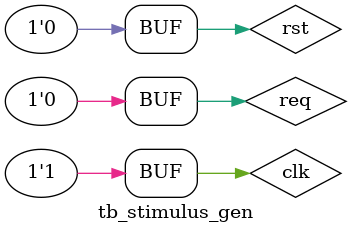
<source format=v>

`timescale 1ns / 1ps


//----------------------------------------------------------- 
//-- tb_th34w32
//----------------------------------------------------------- 
module tb_stimulus_gen;
	
	parameter PERIOD = 10; // 100MHz clock

	parameter INPUT_PORTS = 3;
	parameter RESET_PORT = 1; // 0: no reset, 1: has reset
	parameter RESET_SENS = 0; // 0: Active Low, 1: Active High
	// Inputs

	// Internal Signals
	reg clk;
	wire [INPUT_PORTS-1:0] stm_value;
	wire rsb;
	wire gnt;

	reg rst;
	reg req;

	// Stimulus generation
	stimulus_gen 
	#(.INPUT_PORTS(INPUT_PORTS),
	.RESET_PORT(RESET_PORT),
	.RESET_SENS(RESET_SENS)
	)
	stimulus_gen (
		.clk(clk), 
		.rst(rst), 
		.req(req), 
		.stm_value(stm_value), 
		.rsb(rsb),
		.gnt(gnt)
	);
	
	// Clock for signal generation
	always begin
		clk = 1'b0;
		#(PERIOD/2) clk = 1'b1;
		#(PERIOD/2);
	end  

	initial begin
		// Initialize Inputs
		rst = 1;
		req = 0;

		// Wait 100 ns for global reset to finish
		#100;
      
		rst = 0;
		req = 0;		
		// Add stimulus here
		#100;
		req = 1;
		$display("<< Starting the Simulation >>");
		
		#100;
		req = 0;	
		
		//$monitor(" %0d %b", $time, gnt);

	end

endmodule


</source>
